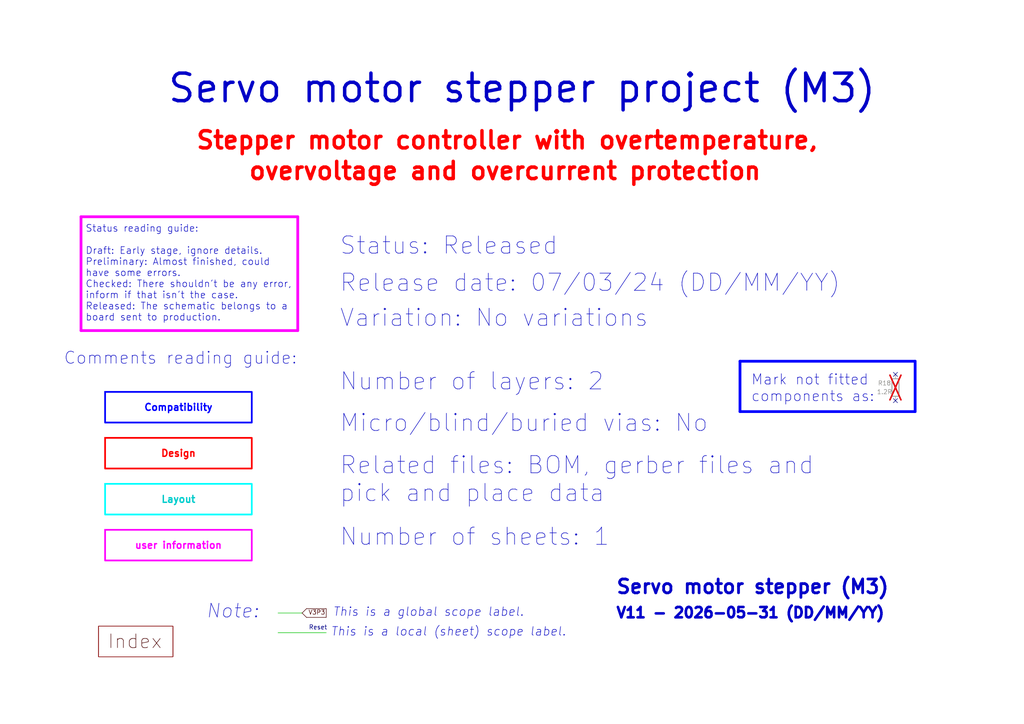
<source format=kicad_sch>
(kicad_sch (version 20231120) (generator "eeschema") (generator_version "8.0")
  (paper "A4")
  (title_block (title "Servo motor stepper - M3  project") (date "2024-12-14") (rev "V11"))
  (lib_symbols
    (symbol "Device:R" (pin_numbers hide) (pin_names (offset 0))
      (property "Reference" "R" (at 2.032 0 90))
      (property "Value" "R" (at 0 0 90))
      (symbol "R_0_1"
        (rectangle (start -1.016 -2.54) (end 1.016 2.54) (stroke (width 0.254)))
      )
      (symbol "R_1_1"
        (pin passive line (at 0 3.81 270) (length 1.27) (name "~") (number "1"))
        (pin passive line (at 0 -3.81 90) (length 1.27) (name "~") (number "2"))
      )
    )
  )
  (no_connect (at 259.715 108.585))
  (no_connect (at 259.715 116.205))
  (polyline (pts (xy 88.9 176.53) (xy 94.615 176.53)) (stroke (width 0) (color 72 0 0 1)))
  (polyline (pts (xy 214.63 104.775) (xy 265.43 104.775)) (stroke (width 0.8) (type solid) (color 0 0 255 1)))
  (polyline (pts (xy 23.495 95.885) (xy 23.495 62.865)) (stroke (width 0.8) (color 255 0 255 1)))
  (polyline (pts (xy 80.645 177.8) (xy 87.63 177.8)) (stroke (width 0) (color 0 194 0 1)))
  (polyline (pts (xy 87.63 177.8) (xy 88.9 179.07)) (stroke (width 0) (color 72 0 0 1)))
  (polyline (pts (xy 86.36 95.885) (xy 23.495 95.885)) (stroke (width 0.8) (color 255 0 255 1)))
  (polyline (pts (xy 265.43 119.38) (xy 214.63 119.38)) (stroke (width 0.8) (type solid) (color 0 0 255 1)))
  (polyline (pts (xy 265.43 104.775) (xy 265.43 119.38)) (stroke (width 0.8) (type solid) (color 0 0 255 1)))
  (polyline (pts (xy 88.9 179.07) (xy 94.615 179.07)) (stroke (width 0) (color 72 0 0 1)))
  (polyline (pts (xy 23.495 62.865) (xy 86.36 62.865)) (stroke (width 0.8) (color 255 0 255 1)))
  (polyline (pts (xy 80.645 183.515) (xy 94.615 183.515)) (stroke (width 0) (color 0 194 0 1)))
  (polyline (pts (xy 86.36 62.865) (xy 86.36 95.885)) (stroke (width 0.8) (color 255 0 255 1)))
  (polyline (pts (xy 94.615 176.53) (xy 94.615 179.07)) (stroke (width 0) (color 72 0 0 1)))
  (polyline (pts (xy 214.63 119.38) (xy 214.63 104.775)) (stroke (width 0.8) (type solid) (color 0 0 255 1)))
  (polyline (pts (xy 87.63 177.8) (xy 88.9 176.53)) (stroke (width 0) (color 72 0 0 1)))
  (text_box "Design" (at 30.48 127 0) (size 42.545 8.89) (stroke (width 0.5) (color 255 0 0 1)) (effects (font (size 2 2) (thickness 0.4) (bold yes))))
  (text_box "user information" (at 30.48 153.67 0) (size 42.545 8.89) (stroke (width 0.5) (color 255 0 255 1)) (effects (font (size 2 2) (thickness 0.4) (bold yes))))
  (text_box "Compatibility" (at 30.48 113.665 0) (size 42.545 8.89) (stroke (width 0.5) (color 0 0 255 1)) (effects (font (size 2 2) (thickness 0.4) (bold yes))))
  (text_box "Layout" (at 30.48 140.335 0) (size 42.545 8.89) (stroke (width 0.5) (color 0 255 255 1)) (effects (font (size 2 2) (thickness 0.4) (bold yes))))
  (text "Variation: No variations" (at 98.425 95.25 0) (effects (font (size 5 5)) (justify left bottom)))
  (text "${REVISION} - ${CURRENT_DATE} (DD/MM/YY)" (at 178.435 179.705 0) (effects (font (size 3 3) (thickness 0.8) (bold yes)) (justify left bottom)))
  (text "Status reading guide:\n\nDraft: Early stage, ignore details.\nPreliminary: Almost finished, could\nhave some errors.\nChecked: There shouldn't be any error,\ninform if that isn't the case.\nReleased: The schematic belongs to a \nboard sent to production." (at 24.765 93.345 0) (effects (font (size 2 2)) (justify left bottom)))
  (text "Servo motor stepper project (M3)" (at 48.26 30.48 0) (effects (font (size 8 8) (thickness 1) (bold yes)) (justify left bottom)))
  (text "This is a global scope label." (at 96.52 179.07 0) (effects (font (size 2.5 2.5) (italic yes)) (justify left bottom)))
  (text "Micro/blind/buried vias: No" (at 98.425 125.73 0) (effects (font (size 5 5)) (justify left bottom)))
  (text "Status: Released" (at 98.425 74.295 0) (effects (font (size 5 5)) (justify left bottom)))
  (text "Comments reading guide:" (at 18.415 106.045 0) (effects (font (size 3.5 3.5)) (justify left bottom)))
  (text "overvoltage and overcurrent protection" (at 71.755 52.705 0) (effects (font (size 5 5) (thickness 1) (bold yes)) (justify left bottom)))
  (text "Reset" (at 89.535 182.88 0) (effects (font (size 1.27 1.27)) (justify left bottom)))
  (text "Note:" (at 59.69 179.705 0) (effects (font (size 4 4) (italic yes)) (justify left bottom)))
  (text "Stepper motor controller with overtemperature," (at 56.515 43.815 0) (effects (font (size 5 5) (thickness 1) (bold yes)) (justify left bottom)))
  (text "Related files: BOM, gerber files and\npick and place data" (at 98.425 146.05 0) (effects (font (size 5 5)) (justify left bottom)))
  (text "Number of sheets: 1" (at 98.425 158.75 0) (effects (font (size 5 5)) (justify left bottom)))
  (text "This is a local (sheet) scope label." (at 95.885 184.785 0) (effects (font (size 2.5 2.5) (italic yes)) (justify left bottom)))
  (text "Index" (at 31.115 188.595 0) (effects (font (size 4 4)) (justify left bottom)))
  (text "Mark not fitted\ncomponents as:" (at 217.805 116.84 0) (effects (font (size 3 3)) (justify left bottom)))
  (text "Number of layers: 2" (at 98.425 113.665 0) (effects (font (size 5 5)) (justify left bottom)))
  (text "Release date: 07/03/24 (DD/MM/YY)" (at 98.425 85.09 0) (effects (font (size 5 5)) (justify left bottom)))
  (text "V3P3" (at 89.408 178.562 0) (effects (font (size 1.27 1.27)) (justify left bottom)))
  (text "Servo motor stepper (M3)" (at 178.435 172.72 0) (effects (font (size 4 4) (thickness 0.8) (bold yes)) (justify left bottom)))
  (symbol (lib_id "Device:R") (at 259.715 112.395 0) (unit 1) (exclude_from_sim yes) (in_bom no) (on_board no) (dnp yes)
    (property "Reference" "R18" (at 256.54 111.125 0))
    (property "Value" "1.2R" (at 256.54 113.665 0))
    (property "Footprint" "Resistor_SMD:R_0402_1005Metric" (effects (hide yes)))
  )
  (sheet (at 28.575 181.61) (size 21.59 8.89) (stroke (width 0.1524))
    (property "Sheetname" "index" (effects (hide yes)))
    (property "Sheetfile" "index.kicad_sch" (effects (hide yes)))
  )
)
</source>
